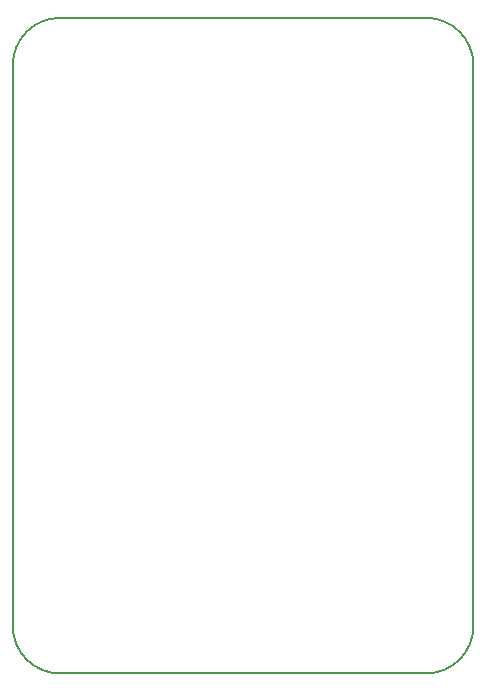
<source format=gbr>
%TF.GenerationSoftware,KiCad,Pcbnew,(6.0.8)*%
%TF.CreationDate,2022-11-08T22:30:31-08:00*%
%TF.ProjectId,ShittyOBC,53686974-7479-44f4-9243-2e6b69636164,rev?*%
%TF.SameCoordinates,Original*%
%TF.FileFunction,Profile,NP*%
%FSLAX46Y46*%
G04 Gerber Fmt 4.6, Leading zero omitted, Abs format (unit mm)*
G04 Created by KiCad (PCBNEW (6.0.8)) date 2022-11-08 22:30:31*
%MOMM*%
%LPD*%
G01*
G04 APERTURE LIST*
%TA.AperFunction,Profile*%
%ADD10C,0.200000*%
%TD*%
G04 APERTURE END LIST*
D10*
X127000000Y-121000000D02*
G75*
G03*
X131000000Y-125000000I4000000J0D01*
G01*
X131000000Y-125000000D02*
X162000000Y-125000000D01*
X131000000Y-69500000D02*
G75*
G03*
X127000000Y-73500000I0J-4000000D01*
G01*
X166000000Y-73500000D02*
G75*
G03*
X162000000Y-69500000I-4000000J0D01*
G01*
X162000000Y-125000000D02*
G75*
G03*
X166000000Y-121000000I0J4000000D01*
G01*
X131000000Y-69500000D02*
X162000000Y-69500000D01*
X166000000Y-73500000D02*
X166000000Y-121000000D01*
X127000000Y-73500000D02*
X127000000Y-121000000D01*
M02*

</source>
